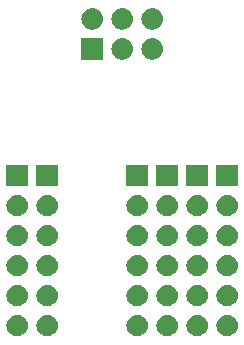
<source format=gbr>
G04 #@! TF.GenerationSoftware,KiCad,Pcbnew,(5.0.1-3-g963ef8bb5)*
G04 #@! TF.CreationDate,2018-12-11T08:39:45-08:00*
G04 #@! TF.ProjectId,isp_adapter,6973705F616461707465722E6B696361,rev?*
G04 #@! TF.SameCoordinates,Original*
G04 #@! TF.FileFunction,Soldermask,Top*
G04 #@! TF.FilePolarity,Negative*
%FSLAX46Y46*%
G04 Gerber Fmt 4.6, Leading zero omitted, Abs format (unit mm)*
G04 Created by KiCad (PCBNEW (5.0.1-3-g963ef8bb5)) date Tuesday, December 11, 2018 at 08:39:45 AM*
%MOMM*%
%LPD*%
G01*
G04 APERTURE LIST*
%ADD10C,0.100000*%
G04 APERTURE END LIST*
D10*
G36*
X137270442Y-131740519D02*
X137336627Y-131747038D01*
X137449853Y-131781385D01*
X137506467Y-131798558D01*
X137645087Y-131872653D01*
X137662991Y-131882223D01*
X137698729Y-131911553D01*
X137800186Y-131994815D01*
X137883448Y-132096272D01*
X137912778Y-132132010D01*
X137912779Y-132132012D01*
X137996443Y-132288534D01*
X137996443Y-132288535D01*
X138047963Y-132458374D01*
X138065359Y-132635001D01*
X138047963Y-132811628D01*
X138013616Y-132924854D01*
X137996443Y-132981468D01*
X137922348Y-133120088D01*
X137912778Y-133137992D01*
X137883448Y-133173730D01*
X137800186Y-133275187D01*
X137698729Y-133358449D01*
X137662991Y-133387779D01*
X137662989Y-133387780D01*
X137506467Y-133471444D01*
X137449853Y-133488617D01*
X137336627Y-133522964D01*
X137270443Y-133529482D01*
X137204260Y-133536001D01*
X137115740Y-133536001D01*
X137049557Y-133529482D01*
X136983373Y-133522964D01*
X136870147Y-133488617D01*
X136813533Y-133471444D01*
X136657011Y-133387780D01*
X136657009Y-133387779D01*
X136621271Y-133358449D01*
X136519814Y-133275187D01*
X136436552Y-133173730D01*
X136407222Y-133137992D01*
X136397652Y-133120088D01*
X136323557Y-132981468D01*
X136306384Y-132924854D01*
X136272037Y-132811628D01*
X136254641Y-132635001D01*
X136272037Y-132458374D01*
X136323557Y-132288535D01*
X136323557Y-132288534D01*
X136407221Y-132132012D01*
X136407222Y-132132010D01*
X136436552Y-132096272D01*
X136519814Y-131994815D01*
X136621271Y-131911553D01*
X136657009Y-131882223D01*
X136674913Y-131872653D01*
X136813533Y-131798558D01*
X136870147Y-131781385D01*
X136983373Y-131747038D01*
X137049558Y-131740519D01*
X137115740Y-131734001D01*
X137204260Y-131734001D01*
X137270442Y-131740519D01*
X137270442Y-131740519D01*
G37*
G36*
X134730442Y-131740519D02*
X134796627Y-131747038D01*
X134909853Y-131781385D01*
X134966467Y-131798558D01*
X135105087Y-131872653D01*
X135122991Y-131882223D01*
X135158729Y-131911553D01*
X135260186Y-131994815D01*
X135343448Y-132096272D01*
X135372778Y-132132010D01*
X135372779Y-132132012D01*
X135456443Y-132288534D01*
X135456443Y-132288535D01*
X135507963Y-132458374D01*
X135525359Y-132635001D01*
X135507963Y-132811628D01*
X135473616Y-132924854D01*
X135456443Y-132981468D01*
X135382348Y-133120088D01*
X135372778Y-133137992D01*
X135343448Y-133173730D01*
X135260186Y-133275187D01*
X135158729Y-133358449D01*
X135122991Y-133387779D01*
X135122989Y-133387780D01*
X134966467Y-133471444D01*
X134909853Y-133488617D01*
X134796627Y-133522964D01*
X134730443Y-133529482D01*
X134664260Y-133536001D01*
X134575740Y-133536001D01*
X134509557Y-133529482D01*
X134443373Y-133522964D01*
X134330147Y-133488617D01*
X134273533Y-133471444D01*
X134117011Y-133387780D01*
X134117009Y-133387779D01*
X134081271Y-133358449D01*
X133979814Y-133275187D01*
X133896552Y-133173730D01*
X133867222Y-133137992D01*
X133857652Y-133120088D01*
X133783557Y-132981468D01*
X133766384Y-132924854D01*
X133732037Y-132811628D01*
X133714641Y-132635001D01*
X133732037Y-132458374D01*
X133783557Y-132288535D01*
X133783557Y-132288534D01*
X133867221Y-132132012D01*
X133867222Y-132132010D01*
X133896552Y-132096272D01*
X133979814Y-131994815D01*
X134081271Y-131911553D01*
X134117009Y-131882223D01*
X134134913Y-131872653D01*
X134273533Y-131798558D01*
X134330147Y-131781385D01*
X134443373Y-131747038D01*
X134509558Y-131740519D01*
X134575740Y-131734001D01*
X134664260Y-131734001D01*
X134730442Y-131740519D01*
X134730442Y-131740519D01*
G37*
G36*
X132190442Y-131740519D02*
X132256627Y-131747038D01*
X132369853Y-131781385D01*
X132426467Y-131798558D01*
X132565087Y-131872653D01*
X132582991Y-131882223D01*
X132618729Y-131911553D01*
X132720186Y-131994815D01*
X132803448Y-132096272D01*
X132832778Y-132132010D01*
X132832779Y-132132012D01*
X132916443Y-132288534D01*
X132916443Y-132288535D01*
X132967963Y-132458374D01*
X132985359Y-132635001D01*
X132967963Y-132811628D01*
X132933616Y-132924854D01*
X132916443Y-132981468D01*
X132842348Y-133120088D01*
X132832778Y-133137992D01*
X132803448Y-133173730D01*
X132720186Y-133275187D01*
X132618729Y-133358449D01*
X132582991Y-133387779D01*
X132582989Y-133387780D01*
X132426467Y-133471444D01*
X132369853Y-133488617D01*
X132256627Y-133522964D01*
X132190443Y-133529482D01*
X132124260Y-133536001D01*
X132035740Y-133536001D01*
X131969557Y-133529482D01*
X131903373Y-133522964D01*
X131790147Y-133488617D01*
X131733533Y-133471444D01*
X131577011Y-133387780D01*
X131577009Y-133387779D01*
X131541271Y-133358449D01*
X131439814Y-133275187D01*
X131356552Y-133173730D01*
X131327222Y-133137992D01*
X131317652Y-133120088D01*
X131243557Y-132981468D01*
X131226384Y-132924854D01*
X131192037Y-132811628D01*
X131174641Y-132635001D01*
X131192037Y-132458374D01*
X131243557Y-132288535D01*
X131243557Y-132288534D01*
X131327221Y-132132012D01*
X131327222Y-132132010D01*
X131356552Y-132096272D01*
X131439814Y-131994815D01*
X131541271Y-131911553D01*
X131577009Y-131882223D01*
X131594913Y-131872653D01*
X131733533Y-131798558D01*
X131790147Y-131781385D01*
X131903373Y-131747038D01*
X131969558Y-131740519D01*
X132035740Y-131734001D01*
X132124260Y-131734001D01*
X132190442Y-131740519D01*
X132190442Y-131740519D01*
G37*
G36*
X129650442Y-131740519D02*
X129716627Y-131747038D01*
X129829853Y-131781385D01*
X129886467Y-131798558D01*
X130025087Y-131872653D01*
X130042991Y-131882223D01*
X130078729Y-131911553D01*
X130180186Y-131994815D01*
X130263448Y-132096272D01*
X130292778Y-132132010D01*
X130292779Y-132132012D01*
X130376443Y-132288534D01*
X130376443Y-132288535D01*
X130427963Y-132458374D01*
X130445359Y-132635001D01*
X130427963Y-132811628D01*
X130393616Y-132924854D01*
X130376443Y-132981468D01*
X130302348Y-133120088D01*
X130292778Y-133137992D01*
X130263448Y-133173730D01*
X130180186Y-133275187D01*
X130078729Y-133358449D01*
X130042991Y-133387779D01*
X130042989Y-133387780D01*
X129886467Y-133471444D01*
X129829853Y-133488617D01*
X129716627Y-133522964D01*
X129650443Y-133529482D01*
X129584260Y-133536001D01*
X129495740Y-133536001D01*
X129429557Y-133529482D01*
X129363373Y-133522964D01*
X129250147Y-133488617D01*
X129193533Y-133471444D01*
X129037011Y-133387780D01*
X129037009Y-133387779D01*
X129001271Y-133358449D01*
X128899814Y-133275187D01*
X128816552Y-133173730D01*
X128787222Y-133137992D01*
X128777652Y-133120088D01*
X128703557Y-132981468D01*
X128686384Y-132924854D01*
X128652037Y-132811628D01*
X128634641Y-132635001D01*
X128652037Y-132458374D01*
X128703557Y-132288535D01*
X128703557Y-132288534D01*
X128787221Y-132132012D01*
X128787222Y-132132010D01*
X128816552Y-132096272D01*
X128899814Y-131994815D01*
X129001271Y-131911553D01*
X129037009Y-131882223D01*
X129054913Y-131872653D01*
X129193533Y-131798558D01*
X129250147Y-131781385D01*
X129363373Y-131747038D01*
X129429558Y-131740519D01*
X129495740Y-131734001D01*
X129584260Y-131734001D01*
X129650442Y-131740519D01*
X129650442Y-131740519D01*
G37*
G36*
X122030442Y-131740519D02*
X122096627Y-131747038D01*
X122209853Y-131781385D01*
X122266467Y-131798558D01*
X122405087Y-131872653D01*
X122422991Y-131882223D01*
X122458729Y-131911553D01*
X122560186Y-131994815D01*
X122643448Y-132096272D01*
X122672778Y-132132010D01*
X122672779Y-132132012D01*
X122756443Y-132288534D01*
X122756443Y-132288535D01*
X122807963Y-132458374D01*
X122825359Y-132635001D01*
X122807963Y-132811628D01*
X122773616Y-132924854D01*
X122756443Y-132981468D01*
X122682348Y-133120088D01*
X122672778Y-133137992D01*
X122643448Y-133173730D01*
X122560186Y-133275187D01*
X122458729Y-133358449D01*
X122422991Y-133387779D01*
X122422989Y-133387780D01*
X122266467Y-133471444D01*
X122209853Y-133488617D01*
X122096627Y-133522964D01*
X122030443Y-133529482D01*
X121964260Y-133536001D01*
X121875740Y-133536001D01*
X121809557Y-133529482D01*
X121743373Y-133522964D01*
X121630147Y-133488617D01*
X121573533Y-133471444D01*
X121417011Y-133387780D01*
X121417009Y-133387779D01*
X121381271Y-133358449D01*
X121279814Y-133275187D01*
X121196552Y-133173730D01*
X121167222Y-133137992D01*
X121157652Y-133120088D01*
X121083557Y-132981468D01*
X121066384Y-132924854D01*
X121032037Y-132811628D01*
X121014641Y-132635001D01*
X121032037Y-132458374D01*
X121083557Y-132288535D01*
X121083557Y-132288534D01*
X121167221Y-132132012D01*
X121167222Y-132132010D01*
X121196552Y-132096272D01*
X121279814Y-131994815D01*
X121381271Y-131911553D01*
X121417009Y-131882223D01*
X121434913Y-131872653D01*
X121573533Y-131798558D01*
X121630147Y-131781385D01*
X121743373Y-131747038D01*
X121809558Y-131740519D01*
X121875740Y-131734001D01*
X121964260Y-131734001D01*
X122030442Y-131740519D01*
X122030442Y-131740519D01*
G37*
G36*
X119490442Y-131740519D02*
X119556627Y-131747038D01*
X119669853Y-131781385D01*
X119726467Y-131798558D01*
X119865087Y-131872653D01*
X119882991Y-131882223D01*
X119918729Y-131911553D01*
X120020186Y-131994815D01*
X120103448Y-132096272D01*
X120132778Y-132132010D01*
X120132779Y-132132012D01*
X120216443Y-132288534D01*
X120216443Y-132288535D01*
X120267963Y-132458374D01*
X120285359Y-132635001D01*
X120267963Y-132811628D01*
X120233616Y-132924854D01*
X120216443Y-132981468D01*
X120142348Y-133120088D01*
X120132778Y-133137992D01*
X120103448Y-133173730D01*
X120020186Y-133275187D01*
X119918729Y-133358449D01*
X119882991Y-133387779D01*
X119882989Y-133387780D01*
X119726467Y-133471444D01*
X119669853Y-133488617D01*
X119556627Y-133522964D01*
X119490443Y-133529482D01*
X119424260Y-133536001D01*
X119335740Y-133536001D01*
X119269557Y-133529482D01*
X119203373Y-133522964D01*
X119090147Y-133488617D01*
X119033533Y-133471444D01*
X118877011Y-133387780D01*
X118877009Y-133387779D01*
X118841271Y-133358449D01*
X118739814Y-133275187D01*
X118656552Y-133173730D01*
X118627222Y-133137992D01*
X118617652Y-133120088D01*
X118543557Y-132981468D01*
X118526384Y-132924854D01*
X118492037Y-132811628D01*
X118474641Y-132635001D01*
X118492037Y-132458374D01*
X118543557Y-132288535D01*
X118543557Y-132288534D01*
X118627221Y-132132012D01*
X118627222Y-132132010D01*
X118656552Y-132096272D01*
X118739814Y-131994815D01*
X118841271Y-131911553D01*
X118877009Y-131882223D01*
X118894913Y-131872653D01*
X119033533Y-131798558D01*
X119090147Y-131781385D01*
X119203373Y-131747038D01*
X119269558Y-131740519D01*
X119335740Y-131734001D01*
X119424260Y-131734001D01*
X119490442Y-131740519D01*
X119490442Y-131740519D01*
G37*
G36*
X122030442Y-129200519D02*
X122096627Y-129207038D01*
X122209853Y-129241385D01*
X122266467Y-129258558D01*
X122405087Y-129332653D01*
X122422991Y-129342223D01*
X122458729Y-129371553D01*
X122560186Y-129454815D01*
X122643448Y-129556272D01*
X122672778Y-129592010D01*
X122672779Y-129592012D01*
X122756443Y-129748534D01*
X122756443Y-129748535D01*
X122807963Y-129918374D01*
X122825359Y-130095001D01*
X122807963Y-130271628D01*
X122773616Y-130384854D01*
X122756443Y-130441468D01*
X122682348Y-130580088D01*
X122672778Y-130597992D01*
X122643448Y-130633730D01*
X122560186Y-130735187D01*
X122458729Y-130818449D01*
X122422991Y-130847779D01*
X122422989Y-130847780D01*
X122266467Y-130931444D01*
X122209853Y-130948617D01*
X122096627Y-130982964D01*
X122030442Y-130989483D01*
X121964260Y-130996001D01*
X121875740Y-130996001D01*
X121809558Y-130989483D01*
X121743373Y-130982964D01*
X121630147Y-130948617D01*
X121573533Y-130931444D01*
X121417011Y-130847780D01*
X121417009Y-130847779D01*
X121381271Y-130818449D01*
X121279814Y-130735187D01*
X121196552Y-130633730D01*
X121167222Y-130597992D01*
X121157652Y-130580088D01*
X121083557Y-130441468D01*
X121066384Y-130384854D01*
X121032037Y-130271628D01*
X121014641Y-130095001D01*
X121032037Y-129918374D01*
X121083557Y-129748535D01*
X121083557Y-129748534D01*
X121167221Y-129592012D01*
X121167222Y-129592010D01*
X121196552Y-129556272D01*
X121279814Y-129454815D01*
X121381271Y-129371553D01*
X121417009Y-129342223D01*
X121434913Y-129332653D01*
X121573533Y-129258558D01*
X121630147Y-129241385D01*
X121743373Y-129207038D01*
X121809558Y-129200519D01*
X121875740Y-129194001D01*
X121964260Y-129194001D01*
X122030442Y-129200519D01*
X122030442Y-129200519D01*
G37*
G36*
X137270442Y-129200519D02*
X137336627Y-129207038D01*
X137449853Y-129241385D01*
X137506467Y-129258558D01*
X137645087Y-129332653D01*
X137662991Y-129342223D01*
X137698729Y-129371553D01*
X137800186Y-129454815D01*
X137883448Y-129556272D01*
X137912778Y-129592010D01*
X137912779Y-129592012D01*
X137996443Y-129748534D01*
X137996443Y-129748535D01*
X138047963Y-129918374D01*
X138065359Y-130095001D01*
X138047963Y-130271628D01*
X138013616Y-130384854D01*
X137996443Y-130441468D01*
X137922348Y-130580088D01*
X137912778Y-130597992D01*
X137883448Y-130633730D01*
X137800186Y-130735187D01*
X137698729Y-130818449D01*
X137662991Y-130847779D01*
X137662989Y-130847780D01*
X137506467Y-130931444D01*
X137449853Y-130948617D01*
X137336627Y-130982964D01*
X137270442Y-130989483D01*
X137204260Y-130996001D01*
X137115740Y-130996001D01*
X137049558Y-130989483D01*
X136983373Y-130982964D01*
X136870147Y-130948617D01*
X136813533Y-130931444D01*
X136657011Y-130847780D01*
X136657009Y-130847779D01*
X136621271Y-130818449D01*
X136519814Y-130735187D01*
X136436552Y-130633730D01*
X136407222Y-130597992D01*
X136397652Y-130580088D01*
X136323557Y-130441468D01*
X136306384Y-130384854D01*
X136272037Y-130271628D01*
X136254641Y-130095001D01*
X136272037Y-129918374D01*
X136323557Y-129748535D01*
X136323557Y-129748534D01*
X136407221Y-129592012D01*
X136407222Y-129592010D01*
X136436552Y-129556272D01*
X136519814Y-129454815D01*
X136621271Y-129371553D01*
X136657009Y-129342223D01*
X136674913Y-129332653D01*
X136813533Y-129258558D01*
X136870147Y-129241385D01*
X136983373Y-129207038D01*
X137049558Y-129200519D01*
X137115740Y-129194001D01*
X137204260Y-129194001D01*
X137270442Y-129200519D01*
X137270442Y-129200519D01*
G37*
G36*
X134730442Y-129200519D02*
X134796627Y-129207038D01*
X134909853Y-129241385D01*
X134966467Y-129258558D01*
X135105087Y-129332653D01*
X135122991Y-129342223D01*
X135158729Y-129371553D01*
X135260186Y-129454815D01*
X135343448Y-129556272D01*
X135372778Y-129592010D01*
X135372779Y-129592012D01*
X135456443Y-129748534D01*
X135456443Y-129748535D01*
X135507963Y-129918374D01*
X135525359Y-130095001D01*
X135507963Y-130271628D01*
X135473616Y-130384854D01*
X135456443Y-130441468D01*
X135382348Y-130580088D01*
X135372778Y-130597992D01*
X135343448Y-130633730D01*
X135260186Y-130735187D01*
X135158729Y-130818449D01*
X135122991Y-130847779D01*
X135122989Y-130847780D01*
X134966467Y-130931444D01*
X134909853Y-130948617D01*
X134796627Y-130982964D01*
X134730442Y-130989483D01*
X134664260Y-130996001D01*
X134575740Y-130996001D01*
X134509558Y-130989483D01*
X134443373Y-130982964D01*
X134330147Y-130948617D01*
X134273533Y-130931444D01*
X134117011Y-130847780D01*
X134117009Y-130847779D01*
X134081271Y-130818449D01*
X133979814Y-130735187D01*
X133896552Y-130633730D01*
X133867222Y-130597992D01*
X133857652Y-130580088D01*
X133783557Y-130441468D01*
X133766384Y-130384854D01*
X133732037Y-130271628D01*
X133714641Y-130095001D01*
X133732037Y-129918374D01*
X133783557Y-129748535D01*
X133783557Y-129748534D01*
X133867221Y-129592012D01*
X133867222Y-129592010D01*
X133896552Y-129556272D01*
X133979814Y-129454815D01*
X134081271Y-129371553D01*
X134117009Y-129342223D01*
X134134913Y-129332653D01*
X134273533Y-129258558D01*
X134330147Y-129241385D01*
X134443373Y-129207038D01*
X134509558Y-129200519D01*
X134575740Y-129194001D01*
X134664260Y-129194001D01*
X134730442Y-129200519D01*
X134730442Y-129200519D01*
G37*
G36*
X132190442Y-129200519D02*
X132256627Y-129207038D01*
X132369853Y-129241385D01*
X132426467Y-129258558D01*
X132565087Y-129332653D01*
X132582991Y-129342223D01*
X132618729Y-129371553D01*
X132720186Y-129454815D01*
X132803448Y-129556272D01*
X132832778Y-129592010D01*
X132832779Y-129592012D01*
X132916443Y-129748534D01*
X132916443Y-129748535D01*
X132967963Y-129918374D01*
X132985359Y-130095001D01*
X132967963Y-130271628D01*
X132933616Y-130384854D01*
X132916443Y-130441468D01*
X132842348Y-130580088D01*
X132832778Y-130597992D01*
X132803448Y-130633730D01*
X132720186Y-130735187D01*
X132618729Y-130818449D01*
X132582991Y-130847779D01*
X132582989Y-130847780D01*
X132426467Y-130931444D01*
X132369853Y-130948617D01*
X132256627Y-130982964D01*
X132190442Y-130989483D01*
X132124260Y-130996001D01*
X132035740Y-130996001D01*
X131969558Y-130989483D01*
X131903373Y-130982964D01*
X131790147Y-130948617D01*
X131733533Y-130931444D01*
X131577011Y-130847780D01*
X131577009Y-130847779D01*
X131541271Y-130818449D01*
X131439814Y-130735187D01*
X131356552Y-130633730D01*
X131327222Y-130597992D01*
X131317652Y-130580088D01*
X131243557Y-130441468D01*
X131226384Y-130384854D01*
X131192037Y-130271628D01*
X131174641Y-130095001D01*
X131192037Y-129918374D01*
X131243557Y-129748535D01*
X131243557Y-129748534D01*
X131327221Y-129592012D01*
X131327222Y-129592010D01*
X131356552Y-129556272D01*
X131439814Y-129454815D01*
X131541271Y-129371553D01*
X131577009Y-129342223D01*
X131594913Y-129332653D01*
X131733533Y-129258558D01*
X131790147Y-129241385D01*
X131903373Y-129207038D01*
X131969558Y-129200519D01*
X132035740Y-129194001D01*
X132124260Y-129194001D01*
X132190442Y-129200519D01*
X132190442Y-129200519D01*
G37*
G36*
X129650442Y-129200519D02*
X129716627Y-129207038D01*
X129829853Y-129241385D01*
X129886467Y-129258558D01*
X130025087Y-129332653D01*
X130042991Y-129342223D01*
X130078729Y-129371553D01*
X130180186Y-129454815D01*
X130263448Y-129556272D01*
X130292778Y-129592010D01*
X130292779Y-129592012D01*
X130376443Y-129748534D01*
X130376443Y-129748535D01*
X130427963Y-129918374D01*
X130445359Y-130095001D01*
X130427963Y-130271628D01*
X130393616Y-130384854D01*
X130376443Y-130441468D01*
X130302348Y-130580088D01*
X130292778Y-130597992D01*
X130263448Y-130633730D01*
X130180186Y-130735187D01*
X130078729Y-130818449D01*
X130042991Y-130847779D01*
X130042989Y-130847780D01*
X129886467Y-130931444D01*
X129829853Y-130948617D01*
X129716627Y-130982964D01*
X129650442Y-130989483D01*
X129584260Y-130996001D01*
X129495740Y-130996001D01*
X129429558Y-130989483D01*
X129363373Y-130982964D01*
X129250147Y-130948617D01*
X129193533Y-130931444D01*
X129037011Y-130847780D01*
X129037009Y-130847779D01*
X129001271Y-130818449D01*
X128899814Y-130735187D01*
X128816552Y-130633730D01*
X128787222Y-130597992D01*
X128777652Y-130580088D01*
X128703557Y-130441468D01*
X128686384Y-130384854D01*
X128652037Y-130271628D01*
X128634641Y-130095001D01*
X128652037Y-129918374D01*
X128703557Y-129748535D01*
X128703557Y-129748534D01*
X128787221Y-129592012D01*
X128787222Y-129592010D01*
X128816552Y-129556272D01*
X128899814Y-129454815D01*
X129001271Y-129371553D01*
X129037009Y-129342223D01*
X129054913Y-129332653D01*
X129193533Y-129258558D01*
X129250147Y-129241385D01*
X129363373Y-129207038D01*
X129429558Y-129200519D01*
X129495740Y-129194001D01*
X129584260Y-129194001D01*
X129650442Y-129200519D01*
X129650442Y-129200519D01*
G37*
G36*
X119490442Y-129200519D02*
X119556627Y-129207038D01*
X119669853Y-129241385D01*
X119726467Y-129258558D01*
X119865087Y-129332653D01*
X119882991Y-129342223D01*
X119918729Y-129371553D01*
X120020186Y-129454815D01*
X120103448Y-129556272D01*
X120132778Y-129592010D01*
X120132779Y-129592012D01*
X120216443Y-129748534D01*
X120216443Y-129748535D01*
X120267963Y-129918374D01*
X120285359Y-130095001D01*
X120267963Y-130271628D01*
X120233616Y-130384854D01*
X120216443Y-130441468D01*
X120142348Y-130580088D01*
X120132778Y-130597992D01*
X120103448Y-130633730D01*
X120020186Y-130735187D01*
X119918729Y-130818449D01*
X119882991Y-130847779D01*
X119882989Y-130847780D01*
X119726467Y-130931444D01*
X119669853Y-130948617D01*
X119556627Y-130982964D01*
X119490442Y-130989483D01*
X119424260Y-130996001D01*
X119335740Y-130996001D01*
X119269558Y-130989483D01*
X119203373Y-130982964D01*
X119090147Y-130948617D01*
X119033533Y-130931444D01*
X118877011Y-130847780D01*
X118877009Y-130847779D01*
X118841271Y-130818449D01*
X118739814Y-130735187D01*
X118656552Y-130633730D01*
X118627222Y-130597992D01*
X118617652Y-130580088D01*
X118543557Y-130441468D01*
X118526384Y-130384854D01*
X118492037Y-130271628D01*
X118474641Y-130095001D01*
X118492037Y-129918374D01*
X118543557Y-129748535D01*
X118543557Y-129748534D01*
X118627221Y-129592012D01*
X118627222Y-129592010D01*
X118656552Y-129556272D01*
X118739814Y-129454815D01*
X118841271Y-129371553D01*
X118877009Y-129342223D01*
X118894913Y-129332653D01*
X119033533Y-129258558D01*
X119090147Y-129241385D01*
X119203373Y-129207038D01*
X119269558Y-129200519D01*
X119335740Y-129194001D01*
X119424260Y-129194001D01*
X119490442Y-129200519D01*
X119490442Y-129200519D01*
G37*
G36*
X137270442Y-126660519D02*
X137336627Y-126667038D01*
X137449853Y-126701385D01*
X137506467Y-126718558D01*
X137645087Y-126792653D01*
X137662991Y-126802223D01*
X137698729Y-126831553D01*
X137800186Y-126914815D01*
X137883448Y-127016272D01*
X137912778Y-127052010D01*
X137912779Y-127052012D01*
X137996443Y-127208534D01*
X137996443Y-127208535D01*
X138047963Y-127378374D01*
X138065359Y-127555001D01*
X138047963Y-127731628D01*
X138013616Y-127844854D01*
X137996443Y-127901468D01*
X137922348Y-128040088D01*
X137912778Y-128057992D01*
X137883448Y-128093730D01*
X137800186Y-128195187D01*
X137698729Y-128278449D01*
X137662991Y-128307779D01*
X137662989Y-128307780D01*
X137506467Y-128391444D01*
X137449853Y-128408617D01*
X137336627Y-128442964D01*
X137270442Y-128449483D01*
X137204260Y-128456001D01*
X137115740Y-128456001D01*
X137049558Y-128449483D01*
X136983373Y-128442964D01*
X136870147Y-128408617D01*
X136813533Y-128391444D01*
X136657011Y-128307780D01*
X136657009Y-128307779D01*
X136621271Y-128278449D01*
X136519814Y-128195187D01*
X136436552Y-128093730D01*
X136407222Y-128057992D01*
X136397652Y-128040088D01*
X136323557Y-127901468D01*
X136306384Y-127844854D01*
X136272037Y-127731628D01*
X136254641Y-127555001D01*
X136272037Y-127378374D01*
X136323557Y-127208535D01*
X136323557Y-127208534D01*
X136407221Y-127052012D01*
X136407222Y-127052010D01*
X136436552Y-127016272D01*
X136519814Y-126914815D01*
X136621271Y-126831553D01*
X136657009Y-126802223D01*
X136674913Y-126792653D01*
X136813533Y-126718558D01*
X136870147Y-126701385D01*
X136983373Y-126667038D01*
X137049558Y-126660519D01*
X137115740Y-126654001D01*
X137204260Y-126654001D01*
X137270442Y-126660519D01*
X137270442Y-126660519D01*
G37*
G36*
X122030442Y-126660519D02*
X122096627Y-126667038D01*
X122209853Y-126701385D01*
X122266467Y-126718558D01*
X122405087Y-126792653D01*
X122422991Y-126802223D01*
X122458729Y-126831553D01*
X122560186Y-126914815D01*
X122643448Y-127016272D01*
X122672778Y-127052010D01*
X122672779Y-127052012D01*
X122756443Y-127208534D01*
X122756443Y-127208535D01*
X122807963Y-127378374D01*
X122825359Y-127555001D01*
X122807963Y-127731628D01*
X122773616Y-127844854D01*
X122756443Y-127901468D01*
X122682348Y-128040088D01*
X122672778Y-128057992D01*
X122643448Y-128093730D01*
X122560186Y-128195187D01*
X122458729Y-128278449D01*
X122422991Y-128307779D01*
X122422989Y-128307780D01*
X122266467Y-128391444D01*
X122209853Y-128408617D01*
X122096627Y-128442964D01*
X122030442Y-128449483D01*
X121964260Y-128456001D01*
X121875740Y-128456001D01*
X121809558Y-128449483D01*
X121743373Y-128442964D01*
X121630147Y-128408617D01*
X121573533Y-128391444D01*
X121417011Y-128307780D01*
X121417009Y-128307779D01*
X121381271Y-128278449D01*
X121279814Y-128195187D01*
X121196552Y-128093730D01*
X121167222Y-128057992D01*
X121157652Y-128040088D01*
X121083557Y-127901468D01*
X121066384Y-127844854D01*
X121032037Y-127731628D01*
X121014641Y-127555001D01*
X121032037Y-127378374D01*
X121083557Y-127208535D01*
X121083557Y-127208534D01*
X121167221Y-127052012D01*
X121167222Y-127052010D01*
X121196552Y-127016272D01*
X121279814Y-126914815D01*
X121381271Y-126831553D01*
X121417009Y-126802223D01*
X121434913Y-126792653D01*
X121573533Y-126718558D01*
X121630147Y-126701385D01*
X121743373Y-126667038D01*
X121809558Y-126660519D01*
X121875740Y-126654001D01*
X121964260Y-126654001D01*
X122030442Y-126660519D01*
X122030442Y-126660519D01*
G37*
G36*
X119490442Y-126660519D02*
X119556627Y-126667038D01*
X119669853Y-126701385D01*
X119726467Y-126718558D01*
X119865087Y-126792653D01*
X119882991Y-126802223D01*
X119918729Y-126831553D01*
X120020186Y-126914815D01*
X120103448Y-127016272D01*
X120132778Y-127052010D01*
X120132779Y-127052012D01*
X120216443Y-127208534D01*
X120216443Y-127208535D01*
X120267963Y-127378374D01*
X120285359Y-127555001D01*
X120267963Y-127731628D01*
X120233616Y-127844854D01*
X120216443Y-127901468D01*
X120142348Y-128040088D01*
X120132778Y-128057992D01*
X120103448Y-128093730D01*
X120020186Y-128195187D01*
X119918729Y-128278449D01*
X119882991Y-128307779D01*
X119882989Y-128307780D01*
X119726467Y-128391444D01*
X119669853Y-128408617D01*
X119556627Y-128442964D01*
X119490442Y-128449483D01*
X119424260Y-128456001D01*
X119335740Y-128456001D01*
X119269558Y-128449483D01*
X119203373Y-128442964D01*
X119090147Y-128408617D01*
X119033533Y-128391444D01*
X118877011Y-128307780D01*
X118877009Y-128307779D01*
X118841271Y-128278449D01*
X118739814Y-128195187D01*
X118656552Y-128093730D01*
X118627222Y-128057992D01*
X118617652Y-128040088D01*
X118543557Y-127901468D01*
X118526384Y-127844854D01*
X118492037Y-127731628D01*
X118474641Y-127555001D01*
X118492037Y-127378374D01*
X118543557Y-127208535D01*
X118543557Y-127208534D01*
X118627221Y-127052012D01*
X118627222Y-127052010D01*
X118656552Y-127016272D01*
X118739814Y-126914815D01*
X118841271Y-126831553D01*
X118877009Y-126802223D01*
X118894913Y-126792653D01*
X119033533Y-126718558D01*
X119090147Y-126701385D01*
X119203373Y-126667038D01*
X119269558Y-126660519D01*
X119335740Y-126654001D01*
X119424260Y-126654001D01*
X119490442Y-126660519D01*
X119490442Y-126660519D01*
G37*
G36*
X129650442Y-126660519D02*
X129716627Y-126667038D01*
X129829853Y-126701385D01*
X129886467Y-126718558D01*
X130025087Y-126792653D01*
X130042991Y-126802223D01*
X130078729Y-126831553D01*
X130180186Y-126914815D01*
X130263448Y-127016272D01*
X130292778Y-127052010D01*
X130292779Y-127052012D01*
X130376443Y-127208534D01*
X130376443Y-127208535D01*
X130427963Y-127378374D01*
X130445359Y-127555001D01*
X130427963Y-127731628D01*
X130393616Y-127844854D01*
X130376443Y-127901468D01*
X130302348Y-128040088D01*
X130292778Y-128057992D01*
X130263448Y-128093730D01*
X130180186Y-128195187D01*
X130078729Y-128278449D01*
X130042991Y-128307779D01*
X130042989Y-128307780D01*
X129886467Y-128391444D01*
X129829853Y-128408617D01*
X129716627Y-128442964D01*
X129650442Y-128449483D01*
X129584260Y-128456001D01*
X129495740Y-128456001D01*
X129429558Y-128449483D01*
X129363373Y-128442964D01*
X129250147Y-128408617D01*
X129193533Y-128391444D01*
X129037011Y-128307780D01*
X129037009Y-128307779D01*
X129001271Y-128278449D01*
X128899814Y-128195187D01*
X128816552Y-128093730D01*
X128787222Y-128057992D01*
X128777652Y-128040088D01*
X128703557Y-127901468D01*
X128686384Y-127844854D01*
X128652037Y-127731628D01*
X128634641Y-127555001D01*
X128652037Y-127378374D01*
X128703557Y-127208535D01*
X128703557Y-127208534D01*
X128787221Y-127052012D01*
X128787222Y-127052010D01*
X128816552Y-127016272D01*
X128899814Y-126914815D01*
X129001271Y-126831553D01*
X129037009Y-126802223D01*
X129054913Y-126792653D01*
X129193533Y-126718558D01*
X129250147Y-126701385D01*
X129363373Y-126667038D01*
X129429558Y-126660519D01*
X129495740Y-126654001D01*
X129584260Y-126654001D01*
X129650442Y-126660519D01*
X129650442Y-126660519D01*
G37*
G36*
X132190442Y-126660519D02*
X132256627Y-126667038D01*
X132369853Y-126701385D01*
X132426467Y-126718558D01*
X132565087Y-126792653D01*
X132582991Y-126802223D01*
X132618729Y-126831553D01*
X132720186Y-126914815D01*
X132803448Y-127016272D01*
X132832778Y-127052010D01*
X132832779Y-127052012D01*
X132916443Y-127208534D01*
X132916443Y-127208535D01*
X132967963Y-127378374D01*
X132985359Y-127555001D01*
X132967963Y-127731628D01*
X132933616Y-127844854D01*
X132916443Y-127901468D01*
X132842348Y-128040088D01*
X132832778Y-128057992D01*
X132803448Y-128093730D01*
X132720186Y-128195187D01*
X132618729Y-128278449D01*
X132582991Y-128307779D01*
X132582989Y-128307780D01*
X132426467Y-128391444D01*
X132369853Y-128408617D01*
X132256627Y-128442964D01*
X132190442Y-128449483D01*
X132124260Y-128456001D01*
X132035740Y-128456001D01*
X131969558Y-128449483D01*
X131903373Y-128442964D01*
X131790147Y-128408617D01*
X131733533Y-128391444D01*
X131577011Y-128307780D01*
X131577009Y-128307779D01*
X131541271Y-128278449D01*
X131439814Y-128195187D01*
X131356552Y-128093730D01*
X131327222Y-128057992D01*
X131317652Y-128040088D01*
X131243557Y-127901468D01*
X131226384Y-127844854D01*
X131192037Y-127731628D01*
X131174641Y-127555001D01*
X131192037Y-127378374D01*
X131243557Y-127208535D01*
X131243557Y-127208534D01*
X131327221Y-127052012D01*
X131327222Y-127052010D01*
X131356552Y-127016272D01*
X131439814Y-126914815D01*
X131541271Y-126831553D01*
X131577009Y-126802223D01*
X131594913Y-126792653D01*
X131733533Y-126718558D01*
X131790147Y-126701385D01*
X131903373Y-126667038D01*
X131969558Y-126660519D01*
X132035740Y-126654001D01*
X132124260Y-126654001D01*
X132190442Y-126660519D01*
X132190442Y-126660519D01*
G37*
G36*
X134730442Y-126660519D02*
X134796627Y-126667038D01*
X134909853Y-126701385D01*
X134966467Y-126718558D01*
X135105087Y-126792653D01*
X135122991Y-126802223D01*
X135158729Y-126831553D01*
X135260186Y-126914815D01*
X135343448Y-127016272D01*
X135372778Y-127052010D01*
X135372779Y-127052012D01*
X135456443Y-127208534D01*
X135456443Y-127208535D01*
X135507963Y-127378374D01*
X135525359Y-127555001D01*
X135507963Y-127731628D01*
X135473616Y-127844854D01*
X135456443Y-127901468D01*
X135382348Y-128040088D01*
X135372778Y-128057992D01*
X135343448Y-128093730D01*
X135260186Y-128195187D01*
X135158729Y-128278449D01*
X135122991Y-128307779D01*
X135122989Y-128307780D01*
X134966467Y-128391444D01*
X134909853Y-128408617D01*
X134796627Y-128442964D01*
X134730442Y-128449483D01*
X134664260Y-128456001D01*
X134575740Y-128456001D01*
X134509558Y-128449483D01*
X134443373Y-128442964D01*
X134330147Y-128408617D01*
X134273533Y-128391444D01*
X134117011Y-128307780D01*
X134117009Y-128307779D01*
X134081271Y-128278449D01*
X133979814Y-128195187D01*
X133896552Y-128093730D01*
X133867222Y-128057992D01*
X133857652Y-128040088D01*
X133783557Y-127901468D01*
X133766384Y-127844854D01*
X133732037Y-127731628D01*
X133714641Y-127555001D01*
X133732037Y-127378374D01*
X133783557Y-127208535D01*
X133783557Y-127208534D01*
X133867221Y-127052012D01*
X133867222Y-127052010D01*
X133896552Y-127016272D01*
X133979814Y-126914815D01*
X134081271Y-126831553D01*
X134117009Y-126802223D01*
X134134913Y-126792653D01*
X134273533Y-126718558D01*
X134330147Y-126701385D01*
X134443373Y-126667038D01*
X134509558Y-126660519D01*
X134575740Y-126654001D01*
X134664260Y-126654001D01*
X134730442Y-126660519D01*
X134730442Y-126660519D01*
G37*
G36*
X134730443Y-124120520D02*
X134796627Y-124127038D01*
X134909853Y-124161385D01*
X134966467Y-124178558D01*
X135105087Y-124252653D01*
X135122991Y-124262223D01*
X135158729Y-124291553D01*
X135260186Y-124374815D01*
X135343448Y-124476272D01*
X135372778Y-124512010D01*
X135372779Y-124512012D01*
X135456443Y-124668534D01*
X135456443Y-124668535D01*
X135507963Y-124838374D01*
X135525359Y-125015001D01*
X135507963Y-125191628D01*
X135473616Y-125304854D01*
X135456443Y-125361468D01*
X135382348Y-125500088D01*
X135372778Y-125517992D01*
X135343448Y-125553730D01*
X135260186Y-125655187D01*
X135158729Y-125738449D01*
X135122991Y-125767779D01*
X135122989Y-125767780D01*
X134966467Y-125851444D01*
X134909853Y-125868617D01*
X134796627Y-125902964D01*
X134730442Y-125909483D01*
X134664260Y-125916001D01*
X134575740Y-125916001D01*
X134509558Y-125909483D01*
X134443373Y-125902964D01*
X134330147Y-125868617D01*
X134273533Y-125851444D01*
X134117011Y-125767780D01*
X134117009Y-125767779D01*
X134081271Y-125738449D01*
X133979814Y-125655187D01*
X133896552Y-125553730D01*
X133867222Y-125517992D01*
X133857652Y-125500088D01*
X133783557Y-125361468D01*
X133766384Y-125304854D01*
X133732037Y-125191628D01*
X133714641Y-125015001D01*
X133732037Y-124838374D01*
X133783557Y-124668535D01*
X133783557Y-124668534D01*
X133867221Y-124512012D01*
X133867222Y-124512010D01*
X133896552Y-124476272D01*
X133979814Y-124374815D01*
X134081271Y-124291553D01*
X134117009Y-124262223D01*
X134134913Y-124252653D01*
X134273533Y-124178558D01*
X134330147Y-124161385D01*
X134443373Y-124127038D01*
X134509557Y-124120520D01*
X134575740Y-124114001D01*
X134664260Y-124114001D01*
X134730443Y-124120520D01*
X134730443Y-124120520D01*
G37*
G36*
X137270443Y-124120520D02*
X137336627Y-124127038D01*
X137449853Y-124161385D01*
X137506467Y-124178558D01*
X137645087Y-124252653D01*
X137662991Y-124262223D01*
X137698729Y-124291553D01*
X137800186Y-124374815D01*
X137883448Y-124476272D01*
X137912778Y-124512010D01*
X137912779Y-124512012D01*
X137996443Y-124668534D01*
X137996443Y-124668535D01*
X138047963Y-124838374D01*
X138065359Y-125015001D01*
X138047963Y-125191628D01*
X138013616Y-125304854D01*
X137996443Y-125361468D01*
X137922348Y-125500088D01*
X137912778Y-125517992D01*
X137883448Y-125553730D01*
X137800186Y-125655187D01*
X137698729Y-125738449D01*
X137662991Y-125767779D01*
X137662989Y-125767780D01*
X137506467Y-125851444D01*
X137449853Y-125868617D01*
X137336627Y-125902964D01*
X137270442Y-125909483D01*
X137204260Y-125916001D01*
X137115740Y-125916001D01*
X137049558Y-125909483D01*
X136983373Y-125902964D01*
X136870147Y-125868617D01*
X136813533Y-125851444D01*
X136657011Y-125767780D01*
X136657009Y-125767779D01*
X136621271Y-125738449D01*
X136519814Y-125655187D01*
X136436552Y-125553730D01*
X136407222Y-125517992D01*
X136397652Y-125500088D01*
X136323557Y-125361468D01*
X136306384Y-125304854D01*
X136272037Y-125191628D01*
X136254641Y-125015001D01*
X136272037Y-124838374D01*
X136323557Y-124668535D01*
X136323557Y-124668534D01*
X136407221Y-124512012D01*
X136407222Y-124512010D01*
X136436552Y-124476272D01*
X136519814Y-124374815D01*
X136621271Y-124291553D01*
X136657009Y-124262223D01*
X136674913Y-124252653D01*
X136813533Y-124178558D01*
X136870147Y-124161385D01*
X136983373Y-124127038D01*
X137049557Y-124120520D01*
X137115740Y-124114001D01*
X137204260Y-124114001D01*
X137270443Y-124120520D01*
X137270443Y-124120520D01*
G37*
G36*
X132190443Y-124120520D02*
X132256627Y-124127038D01*
X132369853Y-124161385D01*
X132426467Y-124178558D01*
X132565087Y-124252653D01*
X132582991Y-124262223D01*
X132618729Y-124291553D01*
X132720186Y-124374815D01*
X132803448Y-124476272D01*
X132832778Y-124512010D01*
X132832779Y-124512012D01*
X132916443Y-124668534D01*
X132916443Y-124668535D01*
X132967963Y-124838374D01*
X132985359Y-125015001D01*
X132967963Y-125191628D01*
X132933616Y-125304854D01*
X132916443Y-125361468D01*
X132842348Y-125500088D01*
X132832778Y-125517992D01*
X132803448Y-125553730D01*
X132720186Y-125655187D01*
X132618729Y-125738449D01*
X132582991Y-125767779D01*
X132582989Y-125767780D01*
X132426467Y-125851444D01*
X132369853Y-125868617D01*
X132256627Y-125902964D01*
X132190442Y-125909483D01*
X132124260Y-125916001D01*
X132035740Y-125916001D01*
X131969558Y-125909483D01*
X131903373Y-125902964D01*
X131790147Y-125868617D01*
X131733533Y-125851444D01*
X131577011Y-125767780D01*
X131577009Y-125767779D01*
X131541271Y-125738449D01*
X131439814Y-125655187D01*
X131356552Y-125553730D01*
X131327222Y-125517992D01*
X131317652Y-125500088D01*
X131243557Y-125361468D01*
X131226384Y-125304854D01*
X131192037Y-125191628D01*
X131174641Y-125015001D01*
X131192037Y-124838374D01*
X131243557Y-124668535D01*
X131243557Y-124668534D01*
X131327221Y-124512012D01*
X131327222Y-124512010D01*
X131356552Y-124476272D01*
X131439814Y-124374815D01*
X131541271Y-124291553D01*
X131577009Y-124262223D01*
X131594913Y-124252653D01*
X131733533Y-124178558D01*
X131790147Y-124161385D01*
X131903373Y-124127038D01*
X131969557Y-124120520D01*
X132035740Y-124114001D01*
X132124260Y-124114001D01*
X132190443Y-124120520D01*
X132190443Y-124120520D01*
G37*
G36*
X129650443Y-124120520D02*
X129716627Y-124127038D01*
X129829853Y-124161385D01*
X129886467Y-124178558D01*
X130025087Y-124252653D01*
X130042991Y-124262223D01*
X130078729Y-124291553D01*
X130180186Y-124374815D01*
X130263448Y-124476272D01*
X130292778Y-124512010D01*
X130292779Y-124512012D01*
X130376443Y-124668534D01*
X130376443Y-124668535D01*
X130427963Y-124838374D01*
X130445359Y-125015001D01*
X130427963Y-125191628D01*
X130393616Y-125304854D01*
X130376443Y-125361468D01*
X130302348Y-125500088D01*
X130292778Y-125517992D01*
X130263448Y-125553730D01*
X130180186Y-125655187D01*
X130078729Y-125738449D01*
X130042991Y-125767779D01*
X130042989Y-125767780D01*
X129886467Y-125851444D01*
X129829853Y-125868617D01*
X129716627Y-125902964D01*
X129650442Y-125909483D01*
X129584260Y-125916001D01*
X129495740Y-125916001D01*
X129429558Y-125909483D01*
X129363373Y-125902964D01*
X129250147Y-125868617D01*
X129193533Y-125851444D01*
X129037011Y-125767780D01*
X129037009Y-125767779D01*
X129001271Y-125738449D01*
X128899814Y-125655187D01*
X128816552Y-125553730D01*
X128787222Y-125517992D01*
X128777652Y-125500088D01*
X128703557Y-125361468D01*
X128686384Y-125304854D01*
X128652037Y-125191628D01*
X128634641Y-125015001D01*
X128652037Y-124838374D01*
X128703557Y-124668535D01*
X128703557Y-124668534D01*
X128787221Y-124512012D01*
X128787222Y-124512010D01*
X128816552Y-124476272D01*
X128899814Y-124374815D01*
X129001271Y-124291553D01*
X129037009Y-124262223D01*
X129054913Y-124252653D01*
X129193533Y-124178558D01*
X129250147Y-124161385D01*
X129363373Y-124127038D01*
X129429557Y-124120520D01*
X129495740Y-124114001D01*
X129584260Y-124114001D01*
X129650443Y-124120520D01*
X129650443Y-124120520D01*
G37*
G36*
X122030443Y-124120520D02*
X122096627Y-124127038D01*
X122209853Y-124161385D01*
X122266467Y-124178558D01*
X122405087Y-124252653D01*
X122422991Y-124262223D01*
X122458729Y-124291553D01*
X122560186Y-124374815D01*
X122643448Y-124476272D01*
X122672778Y-124512010D01*
X122672779Y-124512012D01*
X122756443Y-124668534D01*
X122756443Y-124668535D01*
X122807963Y-124838374D01*
X122825359Y-125015001D01*
X122807963Y-125191628D01*
X122773616Y-125304854D01*
X122756443Y-125361468D01*
X122682348Y-125500088D01*
X122672778Y-125517992D01*
X122643448Y-125553730D01*
X122560186Y-125655187D01*
X122458729Y-125738449D01*
X122422991Y-125767779D01*
X122422989Y-125767780D01*
X122266467Y-125851444D01*
X122209853Y-125868617D01*
X122096627Y-125902964D01*
X122030442Y-125909483D01*
X121964260Y-125916001D01*
X121875740Y-125916001D01*
X121809558Y-125909483D01*
X121743373Y-125902964D01*
X121630147Y-125868617D01*
X121573533Y-125851444D01*
X121417011Y-125767780D01*
X121417009Y-125767779D01*
X121381271Y-125738449D01*
X121279814Y-125655187D01*
X121196552Y-125553730D01*
X121167222Y-125517992D01*
X121157652Y-125500088D01*
X121083557Y-125361468D01*
X121066384Y-125304854D01*
X121032037Y-125191628D01*
X121014641Y-125015001D01*
X121032037Y-124838374D01*
X121083557Y-124668535D01*
X121083557Y-124668534D01*
X121167221Y-124512012D01*
X121167222Y-124512010D01*
X121196552Y-124476272D01*
X121279814Y-124374815D01*
X121381271Y-124291553D01*
X121417009Y-124262223D01*
X121434913Y-124252653D01*
X121573533Y-124178558D01*
X121630147Y-124161385D01*
X121743373Y-124127038D01*
X121809557Y-124120520D01*
X121875740Y-124114001D01*
X121964260Y-124114001D01*
X122030443Y-124120520D01*
X122030443Y-124120520D01*
G37*
G36*
X119490443Y-124120520D02*
X119556627Y-124127038D01*
X119669853Y-124161385D01*
X119726467Y-124178558D01*
X119865087Y-124252653D01*
X119882991Y-124262223D01*
X119918729Y-124291553D01*
X120020186Y-124374815D01*
X120103448Y-124476272D01*
X120132778Y-124512010D01*
X120132779Y-124512012D01*
X120216443Y-124668534D01*
X120216443Y-124668535D01*
X120267963Y-124838374D01*
X120285359Y-125015001D01*
X120267963Y-125191628D01*
X120233616Y-125304854D01*
X120216443Y-125361468D01*
X120142348Y-125500088D01*
X120132778Y-125517992D01*
X120103448Y-125553730D01*
X120020186Y-125655187D01*
X119918729Y-125738449D01*
X119882991Y-125767779D01*
X119882989Y-125767780D01*
X119726467Y-125851444D01*
X119669853Y-125868617D01*
X119556627Y-125902964D01*
X119490442Y-125909483D01*
X119424260Y-125916001D01*
X119335740Y-125916001D01*
X119269558Y-125909483D01*
X119203373Y-125902964D01*
X119090147Y-125868617D01*
X119033533Y-125851444D01*
X118877011Y-125767780D01*
X118877009Y-125767779D01*
X118841271Y-125738449D01*
X118739814Y-125655187D01*
X118656552Y-125553730D01*
X118627222Y-125517992D01*
X118617652Y-125500088D01*
X118543557Y-125361468D01*
X118526384Y-125304854D01*
X118492037Y-125191628D01*
X118474641Y-125015001D01*
X118492037Y-124838374D01*
X118543557Y-124668535D01*
X118543557Y-124668534D01*
X118627221Y-124512012D01*
X118627222Y-124512010D01*
X118656552Y-124476272D01*
X118739814Y-124374815D01*
X118841271Y-124291553D01*
X118877009Y-124262223D01*
X118894913Y-124252653D01*
X119033533Y-124178558D01*
X119090147Y-124161385D01*
X119203373Y-124127038D01*
X119269557Y-124120520D01*
X119335740Y-124114001D01*
X119424260Y-124114001D01*
X119490443Y-124120520D01*
X119490443Y-124120520D01*
G37*
G36*
X134730442Y-121580519D02*
X134796627Y-121587038D01*
X134909853Y-121621385D01*
X134966467Y-121638558D01*
X135105087Y-121712653D01*
X135122991Y-121722223D01*
X135158729Y-121751553D01*
X135260186Y-121834815D01*
X135343448Y-121936272D01*
X135372778Y-121972010D01*
X135372779Y-121972012D01*
X135456443Y-122128534D01*
X135456443Y-122128535D01*
X135507963Y-122298374D01*
X135525359Y-122475001D01*
X135507963Y-122651628D01*
X135473616Y-122764854D01*
X135456443Y-122821468D01*
X135382348Y-122960088D01*
X135372778Y-122977992D01*
X135343448Y-123013730D01*
X135260186Y-123115187D01*
X135158729Y-123198449D01*
X135122991Y-123227779D01*
X135122989Y-123227780D01*
X134966467Y-123311444D01*
X134909853Y-123328617D01*
X134796627Y-123362964D01*
X134730442Y-123369483D01*
X134664260Y-123376001D01*
X134575740Y-123376001D01*
X134509558Y-123369483D01*
X134443373Y-123362964D01*
X134330147Y-123328617D01*
X134273533Y-123311444D01*
X134117011Y-123227780D01*
X134117009Y-123227779D01*
X134081271Y-123198449D01*
X133979814Y-123115187D01*
X133896552Y-123013730D01*
X133867222Y-122977992D01*
X133857652Y-122960088D01*
X133783557Y-122821468D01*
X133766384Y-122764854D01*
X133732037Y-122651628D01*
X133714641Y-122475001D01*
X133732037Y-122298374D01*
X133783557Y-122128535D01*
X133783557Y-122128534D01*
X133867221Y-121972012D01*
X133867222Y-121972010D01*
X133896552Y-121936272D01*
X133979814Y-121834815D01*
X134081271Y-121751553D01*
X134117009Y-121722223D01*
X134134913Y-121712653D01*
X134273533Y-121638558D01*
X134330147Y-121621385D01*
X134443373Y-121587038D01*
X134509558Y-121580519D01*
X134575740Y-121574001D01*
X134664260Y-121574001D01*
X134730442Y-121580519D01*
X134730442Y-121580519D01*
G37*
G36*
X137270442Y-121580519D02*
X137336627Y-121587038D01*
X137449853Y-121621385D01*
X137506467Y-121638558D01*
X137645087Y-121712653D01*
X137662991Y-121722223D01*
X137698729Y-121751553D01*
X137800186Y-121834815D01*
X137883448Y-121936272D01*
X137912778Y-121972010D01*
X137912779Y-121972012D01*
X137996443Y-122128534D01*
X137996443Y-122128535D01*
X138047963Y-122298374D01*
X138065359Y-122475001D01*
X138047963Y-122651628D01*
X138013616Y-122764854D01*
X137996443Y-122821468D01*
X137922348Y-122960088D01*
X137912778Y-122977992D01*
X137883448Y-123013730D01*
X137800186Y-123115187D01*
X137698729Y-123198449D01*
X137662991Y-123227779D01*
X137662989Y-123227780D01*
X137506467Y-123311444D01*
X137449853Y-123328617D01*
X137336627Y-123362964D01*
X137270442Y-123369483D01*
X137204260Y-123376001D01*
X137115740Y-123376001D01*
X137049558Y-123369483D01*
X136983373Y-123362964D01*
X136870147Y-123328617D01*
X136813533Y-123311444D01*
X136657011Y-123227780D01*
X136657009Y-123227779D01*
X136621271Y-123198449D01*
X136519814Y-123115187D01*
X136436552Y-123013730D01*
X136407222Y-122977992D01*
X136397652Y-122960088D01*
X136323557Y-122821468D01*
X136306384Y-122764854D01*
X136272037Y-122651628D01*
X136254641Y-122475001D01*
X136272037Y-122298374D01*
X136323557Y-122128535D01*
X136323557Y-122128534D01*
X136407221Y-121972012D01*
X136407222Y-121972010D01*
X136436552Y-121936272D01*
X136519814Y-121834815D01*
X136621271Y-121751553D01*
X136657009Y-121722223D01*
X136674913Y-121712653D01*
X136813533Y-121638558D01*
X136870147Y-121621385D01*
X136983373Y-121587038D01*
X137049558Y-121580519D01*
X137115740Y-121574001D01*
X137204260Y-121574001D01*
X137270442Y-121580519D01*
X137270442Y-121580519D01*
G37*
G36*
X119490442Y-121580519D02*
X119556627Y-121587038D01*
X119669853Y-121621385D01*
X119726467Y-121638558D01*
X119865087Y-121712653D01*
X119882991Y-121722223D01*
X119918729Y-121751553D01*
X120020186Y-121834815D01*
X120103448Y-121936272D01*
X120132778Y-121972010D01*
X120132779Y-121972012D01*
X120216443Y-122128534D01*
X120216443Y-122128535D01*
X120267963Y-122298374D01*
X120285359Y-122475001D01*
X120267963Y-122651628D01*
X120233616Y-122764854D01*
X120216443Y-122821468D01*
X120142348Y-122960088D01*
X120132778Y-122977992D01*
X120103448Y-123013730D01*
X120020186Y-123115187D01*
X119918729Y-123198449D01*
X119882991Y-123227779D01*
X119882989Y-123227780D01*
X119726467Y-123311444D01*
X119669853Y-123328617D01*
X119556627Y-123362964D01*
X119490442Y-123369483D01*
X119424260Y-123376001D01*
X119335740Y-123376001D01*
X119269558Y-123369483D01*
X119203373Y-123362964D01*
X119090147Y-123328617D01*
X119033533Y-123311444D01*
X118877011Y-123227780D01*
X118877009Y-123227779D01*
X118841271Y-123198449D01*
X118739814Y-123115187D01*
X118656552Y-123013730D01*
X118627222Y-122977992D01*
X118617652Y-122960088D01*
X118543557Y-122821468D01*
X118526384Y-122764854D01*
X118492037Y-122651628D01*
X118474641Y-122475001D01*
X118492037Y-122298374D01*
X118543557Y-122128535D01*
X118543557Y-122128534D01*
X118627221Y-121972012D01*
X118627222Y-121972010D01*
X118656552Y-121936272D01*
X118739814Y-121834815D01*
X118841271Y-121751553D01*
X118877009Y-121722223D01*
X118894913Y-121712653D01*
X119033533Y-121638558D01*
X119090147Y-121621385D01*
X119203373Y-121587038D01*
X119269558Y-121580519D01*
X119335740Y-121574001D01*
X119424260Y-121574001D01*
X119490442Y-121580519D01*
X119490442Y-121580519D01*
G37*
G36*
X122030442Y-121580519D02*
X122096627Y-121587038D01*
X122209853Y-121621385D01*
X122266467Y-121638558D01*
X122405087Y-121712653D01*
X122422991Y-121722223D01*
X122458729Y-121751553D01*
X122560186Y-121834815D01*
X122643448Y-121936272D01*
X122672778Y-121972010D01*
X122672779Y-121972012D01*
X122756443Y-122128534D01*
X122756443Y-122128535D01*
X122807963Y-122298374D01*
X122825359Y-122475001D01*
X122807963Y-122651628D01*
X122773616Y-122764854D01*
X122756443Y-122821468D01*
X122682348Y-122960088D01*
X122672778Y-122977992D01*
X122643448Y-123013730D01*
X122560186Y-123115187D01*
X122458729Y-123198449D01*
X122422991Y-123227779D01*
X122422989Y-123227780D01*
X122266467Y-123311444D01*
X122209853Y-123328617D01*
X122096627Y-123362964D01*
X122030442Y-123369483D01*
X121964260Y-123376001D01*
X121875740Y-123376001D01*
X121809558Y-123369483D01*
X121743373Y-123362964D01*
X121630147Y-123328617D01*
X121573533Y-123311444D01*
X121417011Y-123227780D01*
X121417009Y-123227779D01*
X121381271Y-123198449D01*
X121279814Y-123115187D01*
X121196552Y-123013730D01*
X121167222Y-122977992D01*
X121157652Y-122960088D01*
X121083557Y-122821468D01*
X121066384Y-122764854D01*
X121032037Y-122651628D01*
X121014641Y-122475001D01*
X121032037Y-122298374D01*
X121083557Y-122128535D01*
X121083557Y-122128534D01*
X121167221Y-121972012D01*
X121167222Y-121972010D01*
X121196552Y-121936272D01*
X121279814Y-121834815D01*
X121381271Y-121751553D01*
X121417009Y-121722223D01*
X121434913Y-121712653D01*
X121573533Y-121638558D01*
X121630147Y-121621385D01*
X121743373Y-121587038D01*
X121809558Y-121580519D01*
X121875740Y-121574001D01*
X121964260Y-121574001D01*
X122030442Y-121580519D01*
X122030442Y-121580519D01*
G37*
G36*
X132190442Y-121580519D02*
X132256627Y-121587038D01*
X132369853Y-121621385D01*
X132426467Y-121638558D01*
X132565087Y-121712653D01*
X132582991Y-121722223D01*
X132618729Y-121751553D01*
X132720186Y-121834815D01*
X132803448Y-121936272D01*
X132832778Y-121972010D01*
X132832779Y-121972012D01*
X132916443Y-122128534D01*
X132916443Y-122128535D01*
X132967963Y-122298374D01*
X132985359Y-122475001D01*
X132967963Y-122651628D01*
X132933616Y-122764854D01*
X132916443Y-122821468D01*
X132842348Y-122960088D01*
X132832778Y-122977992D01*
X132803448Y-123013730D01*
X132720186Y-123115187D01*
X132618729Y-123198449D01*
X132582991Y-123227779D01*
X132582989Y-123227780D01*
X132426467Y-123311444D01*
X132369853Y-123328617D01*
X132256627Y-123362964D01*
X132190442Y-123369483D01*
X132124260Y-123376001D01*
X132035740Y-123376001D01*
X131969558Y-123369483D01*
X131903373Y-123362964D01*
X131790147Y-123328617D01*
X131733533Y-123311444D01*
X131577011Y-123227780D01*
X131577009Y-123227779D01*
X131541271Y-123198449D01*
X131439814Y-123115187D01*
X131356552Y-123013730D01*
X131327222Y-122977992D01*
X131317652Y-122960088D01*
X131243557Y-122821468D01*
X131226384Y-122764854D01*
X131192037Y-122651628D01*
X131174641Y-122475001D01*
X131192037Y-122298374D01*
X131243557Y-122128535D01*
X131243557Y-122128534D01*
X131327221Y-121972012D01*
X131327222Y-121972010D01*
X131356552Y-121936272D01*
X131439814Y-121834815D01*
X131541271Y-121751553D01*
X131577009Y-121722223D01*
X131594913Y-121712653D01*
X131733533Y-121638558D01*
X131790147Y-121621385D01*
X131903373Y-121587038D01*
X131969558Y-121580519D01*
X132035740Y-121574001D01*
X132124260Y-121574001D01*
X132190442Y-121580519D01*
X132190442Y-121580519D01*
G37*
G36*
X129650442Y-121580519D02*
X129716627Y-121587038D01*
X129829853Y-121621385D01*
X129886467Y-121638558D01*
X130025087Y-121712653D01*
X130042991Y-121722223D01*
X130078729Y-121751553D01*
X130180186Y-121834815D01*
X130263448Y-121936272D01*
X130292778Y-121972010D01*
X130292779Y-121972012D01*
X130376443Y-122128534D01*
X130376443Y-122128535D01*
X130427963Y-122298374D01*
X130445359Y-122475001D01*
X130427963Y-122651628D01*
X130393616Y-122764854D01*
X130376443Y-122821468D01*
X130302348Y-122960088D01*
X130292778Y-122977992D01*
X130263448Y-123013730D01*
X130180186Y-123115187D01*
X130078729Y-123198449D01*
X130042991Y-123227779D01*
X130042989Y-123227780D01*
X129886467Y-123311444D01*
X129829853Y-123328617D01*
X129716627Y-123362964D01*
X129650442Y-123369483D01*
X129584260Y-123376001D01*
X129495740Y-123376001D01*
X129429558Y-123369483D01*
X129363373Y-123362964D01*
X129250147Y-123328617D01*
X129193533Y-123311444D01*
X129037011Y-123227780D01*
X129037009Y-123227779D01*
X129001271Y-123198449D01*
X128899814Y-123115187D01*
X128816552Y-123013730D01*
X128787222Y-122977992D01*
X128777652Y-122960088D01*
X128703557Y-122821468D01*
X128686384Y-122764854D01*
X128652037Y-122651628D01*
X128634641Y-122475001D01*
X128652037Y-122298374D01*
X128703557Y-122128535D01*
X128703557Y-122128534D01*
X128787221Y-121972012D01*
X128787222Y-121972010D01*
X128816552Y-121936272D01*
X128899814Y-121834815D01*
X129001271Y-121751553D01*
X129037009Y-121722223D01*
X129054913Y-121712653D01*
X129193533Y-121638558D01*
X129250147Y-121621385D01*
X129363373Y-121587038D01*
X129429558Y-121580519D01*
X129495740Y-121574001D01*
X129584260Y-121574001D01*
X129650442Y-121580519D01*
X129650442Y-121580519D01*
G37*
G36*
X122821000Y-120836001D02*
X121019000Y-120836001D01*
X121019000Y-119034001D01*
X122821000Y-119034001D01*
X122821000Y-120836001D01*
X122821000Y-120836001D01*
G37*
G36*
X120281000Y-120836001D02*
X118479000Y-120836001D01*
X118479000Y-119034001D01*
X120281000Y-119034001D01*
X120281000Y-120836001D01*
X120281000Y-120836001D01*
G37*
G36*
X130441000Y-120836001D02*
X128639000Y-120836001D01*
X128639000Y-119034001D01*
X130441000Y-119034001D01*
X130441000Y-120836001D01*
X130441000Y-120836001D01*
G37*
G36*
X132981000Y-120836001D02*
X131179000Y-120836001D01*
X131179000Y-119034001D01*
X132981000Y-119034001D01*
X132981000Y-120836001D01*
X132981000Y-120836001D01*
G37*
G36*
X135521000Y-120836001D02*
X133719000Y-120836001D01*
X133719000Y-119034001D01*
X135521000Y-119034001D01*
X135521000Y-120836001D01*
X135521000Y-120836001D01*
G37*
G36*
X138061000Y-120836001D02*
X136259000Y-120836001D01*
X136259000Y-119034001D01*
X138061000Y-119034001D01*
X138061000Y-120836001D01*
X138061000Y-120836001D01*
G37*
G36*
X126631000Y-110121000D02*
X124829000Y-110121000D01*
X124829000Y-108319000D01*
X126631000Y-108319000D01*
X126631000Y-110121000D01*
X126631000Y-110121000D01*
G37*
G36*
X128380443Y-108325519D02*
X128446627Y-108332037D01*
X128559853Y-108366384D01*
X128616467Y-108383557D01*
X128755087Y-108457652D01*
X128772991Y-108467222D01*
X128808729Y-108496552D01*
X128910186Y-108579814D01*
X128993448Y-108681271D01*
X129022778Y-108717009D01*
X129022779Y-108717011D01*
X129106443Y-108873533D01*
X129106443Y-108873534D01*
X129157963Y-109043373D01*
X129175359Y-109220000D01*
X129157963Y-109396627D01*
X129123616Y-109509853D01*
X129106443Y-109566467D01*
X129032348Y-109705087D01*
X129022778Y-109722991D01*
X128993448Y-109758729D01*
X128910186Y-109860186D01*
X128808729Y-109943448D01*
X128772991Y-109972778D01*
X128772989Y-109972779D01*
X128616467Y-110056443D01*
X128559853Y-110073616D01*
X128446627Y-110107963D01*
X128380443Y-110114481D01*
X128314260Y-110121000D01*
X128225740Y-110121000D01*
X128159557Y-110114481D01*
X128093373Y-110107963D01*
X127980147Y-110073616D01*
X127923533Y-110056443D01*
X127767011Y-109972779D01*
X127767009Y-109972778D01*
X127731271Y-109943448D01*
X127629814Y-109860186D01*
X127546552Y-109758729D01*
X127517222Y-109722991D01*
X127507652Y-109705087D01*
X127433557Y-109566467D01*
X127416384Y-109509853D01*
X127382037Y-109396627D01*
X127364641Y-109220000D01*
X127382037Y-109043373D01*
X127433557Y-108873534D01*
X127433557Y-108873533D01*
X127517221Y-108717011D01*
X127517222Y-108717009D01*
X127546552Y-108681271D01*
X127629814Y-108579814D01*
X127731271Y-108496552D01*
X127767009Y-108467222D01*
X127784913Y-108457652D01*
X127923533Y-108383557D01*
X127980147Y-108366384D01*
X128093373Y-108332037D01*
X128159557Y-108325519D01*
X128225740Y-108319000D01*
X128314260Y-108319000D01*
X128380443Y-108325519D01*
X128380443Y-108325519D01*
G37*
G36*
X130920443Y-108325519D02*
X130986627Y-108332037D01*
X131099853Y-108366384D01*
X131156467Y-108383557D01*
X131295087Y-108457652D01*
X131312991Y-108467222D01*
X131348729Y-108496552D01*
X131450186Y-108579814D01*
X131533448Y-108681271D01*
X131562778Y-108717009D01*
X131562779Y-108717011D01*
X131646443Y-108873533D01*
X131646443Y-108873534D01*
X131697963Y-109043373D01*
X131715359Y-109220000D01*
X131697963Y-109396627D01*
X131663616Y-109509853D01*
X131646443Y-109566467D01*
X131572348Y-109705087D01*
X131562778Y-109722991D01*
X131533448Y-109758729D01*
X131450186Y-109860186D01*
X131348729Y-109943448D01*
X131312991Y-109972778D01*
X131312989Y-109972779D01*
X131156467Y-110056443D01*
X131099853Y-110073616D01*
X130986627Y-110107963D01*
X130920443Y-110114481D01*
X130854260Y-110121000D01*
X130765740Y-110121000D01*
X130699557Y-110114481D01*
X130633373Y-110107963D01*
X130520147Y-110073616D01*
X130463533Y-110056443D01*
X130307011Y-109972779D01*
X130307009Y-109972778D01*
X130271271Y-109943448D01*
X130169814Y-109860186D01*
X130086552Y-109758729D01*
X130057222Y-109722991D01*
X130047652Y-109705087D01*
X129973557Y-109566467D01*
X129956384Y-109509853D01*
X129922037Y-109396627D01*
X129904641Y-109220000D01*
X129922037Y-109043373D01*
X129973557Y-108873534D01*
X129973557Y-108873533D01*
X130057221Y-108717011D01*
X130057222Y-108717009D01*
X130086552Y-108681271D01*
X130169814Y-108579814D01*
X130271271Y-108496552D01*
X130307009Y-108467222D01*
X130324913Y-108457652D01*
X130463533Y-108383557D01*
X130520147Y-108366384D01*
X130633373Y-108332037D01*
X130699557Y-108325519D01*
X130765740Y-108319000D01*
X130854260Y-108319000D01*
X130920443Y-108325519D01*
X130920443Y-108325519D01*
G37*
G36*
X125840443Y-105785519D02*
X125906627Y-105792037D01*
X126019853Y-105826384D01*
X126076467Y-105843557D01*
X126215087Y-105917652D01*
X126232991Y-105927222D01*
X126268729Y-105956552D01*
X126370186Y-106039814D01*
X126453448Y-106141271D01*
X126482778Y-106177009D01*
X126482779Y-106177011D01*
X126566443Y-106333533D01*
X126566443Y-106333534D01*
X126617963Y-106503373D01*
X126635359Y-106680000D01*
X126617963Y-106856627D01*
X126583616Y-106969853D01*
X126566443Y-107026467D01*
X126492348Y-107165087D01*
X126482778Y-107182991D01*
X126453448Y-107218729D01*
X126370186Y-107320186D01*
X126268729Y-107403448D01*
X126232991Y-107432778D01*
X126232989Y-107432779D01*
X126076467Y-107516443D01*
X126019853Y-107533616D01*
X125906627Y-107567963D01*
X125840443Y-107574481D01*
X125774260Y-107581000D01*
X125685740Y-107581000D01*
X125619557Y-107574481D01*
X125553373Y-107567963D01*
X125440147Y-107533616D01*
X125383533Y-107516443D01*
X125227011Y-107432779D01*
X125227009Y-107432778D01*
X125191271Y-107403448D01*
X125089814Y-107320186D01*
X125006552Y-107218729D01*
X124977222Y-107182991D01*
X124967652Y-107165087D01*
X124893557Y-107026467D01*
X124876384Y-106969853D01*
X124842037Y-106856627D01*
X124824641Y-106680000D01*
X124842037Y-106503373D01*
X124893557Y-106333534D01*
X124893557Y-106333533D01*
X124977221Y-106177011D01*
X124977222Y-106177009D01*
X125006552Y-106141271D01*
X125089814Y-106039814D01*
X125191271Y-105956552D01*
X125227009Y-105927222D01*
X125244913Y-105917652D01*
X125383533Y-105843557D01*
X125440147Y-105826384D01*
X125553373Y-105792037D01*
X125619557Y-105785519D01*
X125685740Y-105779000D01*
X125774260Y-105779000D01*
X125840443Y-105785519D01*
X125840443Y-105785519D01*
G37*
G36*
X128380443Y-105785519D02*
X128446627Y-105792037D01*
X128559853Y-105826384D01*
X128616467Y-105843557D01*
X128755087Y-105917652D01*
X128772991Y-105927222D01*
X128808729Y-105956552D01*
X128910186Y-106039814D01*
X128993448Y-106141271D01*
X129022778Y-106177009D01*
X129022779Y-106177011D01*
X129106443Y-106333533D01*
X129106443Y-106333534D01*
X129157963Y-106503373D01*
X129175359Y-106680000D01*
X129157963Y-106856627D01*
X129123616Y-106969853D01*
X129106443Y-107026467D01*
X129032348Y-107165087D01*
X129022778Y-107182991D01*
X128993448Y-107218729D01*
X128910186Y-107320186D01*
X128808729Y-107403448D01*
X128772991Y-107432778D01*
X128772989Y-107432779D01*
X128616467Y-107516443D01*
X128559853Y-107533616D01*
X128446627Y-107567963D01*
X128380443Y-107574481D01*
X128314260Y-107581000D01*
X128225740Y-107581000D01*
X128159557Y-107574481D01*
X128093373Y-107567963D01*
X127980147Y-107533616D01*
X127923533Y-107516443D01*
X127767011Y-107432779D01*
X127767009Y-107432778D01*
X127731271Y-107403448D01*
X127629814Y-107320186D01*
X127546552Y-107218729D01*
X127517222Y-107182991D01*
X127507652Y-107165087D01*
X127433557Y-107026467D01*
X127416384Y-106969853D01*
X127382037Y-106856627D01*
X127364641Y-106680000D01*
X127382037Y-106503373D01*
X127433557Y-106333534D01*
X127433557Y-106333533D01*
X127517221Y-106177011D01*
X127517222Y-106177009D01*
X127546552Y-106141271D01*
X127629814Y-106039814D01*
X127731271Y-105956552D01*
X127767009Y-105927222D01*
X127784913Y-105917652D01*
X127923533Y-105843557D01*
X127980147Y-105826384D01*
X128093373Y-105792037D01*
X128159557Y-105785519D01*
X128225740Y-105779000D01*
X128314260Y-105779000D01*
X128380443Y-105785519D01*
X128380443Y-105785519D01*
G37*
G36*
X130920443Y-105785519D02*
X130986627Y-105792037D01*
X131099853Y-105826384D01*
X131156467Y-105843557D01*
X131295087Y-105917652D01*
X131312991Y-105927222D01*
X131348729Y-105956552D01*
X131450186Y-106039814D01*
X131533448Y-106141271D01*
X131562778Y-106177009D01*
X131562779Y-106177011D01*
X131646443Y-106333533D01*
X131646443Y-106333534D01*
X131697963Y-106503373D01*
X131715359Y-106680000D01*
X131697963Y-106856627D01*
X131663616Y-106969853D01*
X131646443Y-107026467D01*
X131572348Y-107165087D01*
X131562778Y-107182991D01*
X131533448Y-107218729D01*
X131450186Y-107320186D01*
X131348729Y-107403448D01*
X131312991Y-107432778D01*
X131312989Y-107432779D01*
X131156467Y-107516443D01*
X131099853Y-107533616D01*
X130986627Y-107567963D01*
X130920443Y-107574481D01*
X130854260Y-107581000D01*
X130765740Y-107581000D01*
X130699557Y-107574481D01*
X130633373Y-107567963D01*
X130520147Y-107533616D01*
X130463533Y-107516443D01*
X130307011Y-107432779D01*
X130307009Y-107432778D01*
X130271271Y-107403448D01*
X130169814Y-107320186D01*
X130086552Y-107218729D01*
X130057222Y-107182991D01*
X130047652Y-107165087D01*
X129973557Y-107026467D01*
X129956384Y-106969853D01*
X129922037Y-106856627D01*
X129904641Y-106680000D01*
X129922037Y-106503373D01*
X129973557Y-106333534D01*
X129973557Y-106333533D01*
X130057221Y-106177011D01*
X130057222Y-106177009D01*
X130086552Y-106141271D01*
X130169814Y-106039814D01*
X130271271Y-105956552D01*
X130307009Y-105927222D01*
X130324913Y-105917652D01*
X130463533Y-105843557D01*
X130520147Y-105826384D01*
X130633373Y-105792037D01*
X130699557Y-105785519D01*
X130765740Y-105779000D01*
X130854260Y-105779000D01*
X130920443Y-105785519D01*
X130920443Y-105785519D01*
G37*
M02*

</source>
